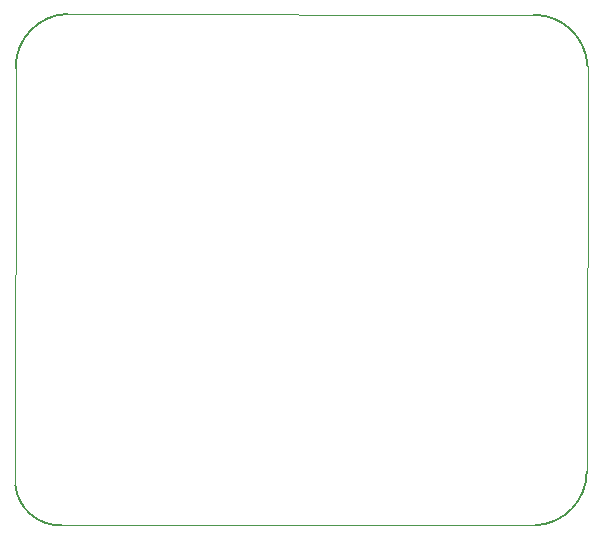
<source format=gbr>
G04 #@! TF.GenerationSoftware,KiCad,Pcbnew,5.1.5+dfsg1-2build2*
G04 #@! TF.CreationDate,2021-08-26T19:06:41+12:00*
G04 #@! TF.ProjectId,bbq-monitor,6262712d-6d6f-46e6-9974-6f722e6b6963,rev?*
G04 #@! TF.SameCoordinates,Original*
G04 #@! TF.FileFunction,Profile,NP*
%FSLAX46Y46*%
G04 Gerber Fmt 4.6, Leading zero omitted, Abs format (unit mm)*
G04 Created by KiCad (PCBNEW 5.1.5+dfsg1-2build2) date 2021-08-26 19:06:41*
%MOMM*%
%LPD*%
G04 APERTURE LIST*
%ADD10C,0.150000*%
%ADD11C,0.100000*%
G04 APERTURE END LIST*
D10*
X146645607Y-62651339D02*
G75*
G02X151000000Y-58100000I4554392J1340D01*
G01*
X190514873Y-58176337D02*
G75*
G02X195066212Y-62530730I1340J-4554392D01*
G01*
X195004393Y-96848661D02*
G75*
G02X190650000Y-101400000I-4554392J-1340D01*
G01*
X150551341Y-101399999D02*
G75*
G02X146613871Y-97985630I-137366J3819129D01*
G01*
D11*
X195066212Y-62530730D02*
X195004393Y-96848661D01*
X151000000Y-58100000D02*
X190514873Y-58176337D01*
X146613871Y-97985630D02*
X146645607Y-62651339D01*
X190650000Y-101400000D02*
X150551341Y-101400000D01*
M02*

</source>
